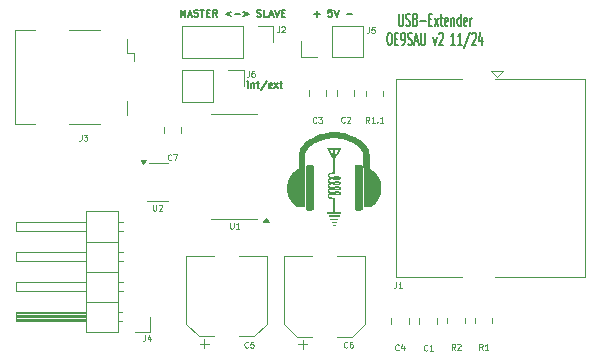
<source format=gbr>
%TF.GenerationSoftware,KiCad,Pcbnew,8.0.5*%
%TF.CreationDate,2025-02-12T12:09:28+01:00*%
%TF.ProjectId,USB-Extender_v2,5553422d-4578-4746-956e-6465725f7632,rev?*%
%TF.SameCoordinates,Original*%
%TF.FileFunction,Legend,Top*%
%TF.FilePolarity,Positive*%
%FSLAX46Y46*%
G04 Gerber Fmt 4.6, Leading zero omitted, Abs format (unit mm)*
G04 Created by KiCad (PCBNEW 8.0.5) date 2025-02-12 12:09:28*
%MOMM*%
%LPD*%
G01*
G04 APERTURE LIST*
%ADD10C,0.150000*%
%ADD11C,0.125000*%
%ADD12C,0.120000*%
%ADD13C,0.000000*%
G04 APERTURE END LIST*
D10*
X114287541Y-59964371D02*
X114287541Y-59364371D01*
X114287541Y-59364371D02*
X114487541Y-59792942D01*
X114487541Y-59792942D02*
X114687541Y-59364371D01*
X114687541Y-59364371D02*
X114687541Y-59964371D01*
X114944683Y-59792942D02*
X115230398Y-59792942D01*
X114887540Y-59964371D02*
X115087540Y-59364371D01*
X115087540Y-59364371D02*
X115287540Y-59964371D01*
X115458969Y-59935800D02*
X115544684Y-59964371D01*
X115544684Y-59964371D02*
X115687541Y-59964371D01*
X115687541Y-59964371D02*
X115744684Y-59935800D01*
X115744684Y-59935800D02*
X115773255Y-59907228D01*
X115773255Y-59907228D02*
X115801826Y-59850085D01*
X115801826Y-59850085D02*
X115801826Y-59792942D01*
X115801826Y-59792942D02*
X115773255Y-59735800D01*
X115773255Y-59735800D02*
X115744684Y-59707228D01*
X115744684Y-59707228D02*
X115687541Y-59678657D01*
X115687541Y-59678657D02*
X115573255Y-59650085D01*
X115573255Y-59650085D02*
X115516112Y-59621514D01*
X115516112Y-59621514D02*
X115487541Y-59592942D01*
X115487541Y-59592942D02*
X115458969Y-59535800D01*
X115458969Y-59535800D02*
X115458969Y-59478657D01*
X115458969Y-59478657D02*
X115487541Y-59421514D01*
X115487541Y-59421514D02*
X115516112Y-59392942D01*
X115516112Y-59392942D02*
X115573255Y-59364371D01*
X115573255Y-59364371D02*
X115716112Y-59364371D01*
X115716112Y-59364371D02*
X115801826Y-59392942D01*
X115973255Y-59364371D02*
X116316113Y-59364371D01*
X116144684Y-59964371D02*
X116144684Y-59364371D01*
X116516113Y-59650085D02*
X116716113Y-59650085D01*
X116801827Y-59964371D02*
X116516113Y-59964371D01*
X116516113Y-59964371D02*
X116516113Y-59364371D01*
X116516113Y-59364371D02*
X116801827Y-59364371D01*
X117401827Y-59964371D02*
X117201827Y-59678657D01*
X117058970Y-59964371D02*
X117058970Y-59364371D01*
X117058970Y-59364371D02*
X117287541Y-59364371D01*
X117287541Y-59364371D02*
X117344684Y-59392942D01*
X117344684Y-59392942D02*
X117373255Y-59421514D01*
X117373255Y-59421514D02*
X117401827Y-59478657D01*
X117401827Y-59478657D02*
X117401827Y-59564371D01*
X117401827Y-59564371D02*
X117373255Y-59621514D01*
X117373255Y-59621514D02*
X117344684Y-59650085D01*
X117344684Y-59650085D02*
X117287541Y-59678657D01*
X117287541Y-59678657D02*
X117058970Y-59678657D01*
X118573256Y-59564371D02*
X118116113Y-59735800D01*
X118116113Y-59735800D02*
X118573256Y-59907228D01*
X118858970Y-59735800D02*
X119316113Y-59735800D01*
X119601827Y-59564371D02*
X120058970Y-59735800D01*
X120058970Y-59735800D02*
X119601827Y-59907228D01*
X120773255Y-59935800D02*
X120858970Y-59964371D01*
X120858970Y-59964371D02*
X121001827Y-59964371D01*
X121001827Y-59964371D02*
X121058970Y-59935800D01*
X121058970Y-59935800D02*
X121087541Y-59907228D01*
X121087541Y-59907228D02*
X121116112Y-59850085D01*
X121116112Y-59850085D02*
X121116112Y-59792942D01*
X121116112Y-59792942D02*
X121087541Y-59735800D01*
X121087541Y-59735800D02*
X121058970Y-59707228D01*
X121058970Y-59707228D02*
X121001827Y-59678657D01*
X121001827Y-59678657D02*
X120887541Y-59650085D01*
X120887541Y-59650085D02*
X120830398Y-59621514D01*
X120830398Y-59621514D02*
X120801827Y-59592942D01*
X120801827Y-59592942D02*
X120773255Y-59535800D01*
X120773255Y-59535800D02*
X120773255Y-59478657D01*
X120773255Y-59478657D02*
X120801827Y-59421514D01*
X120801827Y-59421514D02*
X120830398Y-59392942D01*
X120830398Y-59392942D02*
X120887541Y-59364371D01*
X120887541Y-59364371D02*
X121030398Y-59364371D01*
X121030398Y-59364371D02*
X121116112Y-59392942D01*
X121658970Y-59964371D02*
X121373256Y-59964371D01*
X121373256Y-59964371D02*
X121373256Y-59364371D01*
X121830398Y-59792942D02*
X122116113Y-59792942D01*
X121773255Y-59964371D02*
X121973255Y-59364371D01*
X121973255Y-59364371D02*
X122173255Y-59964371D01*
X122287541Y-59364371D02*
X122487541Y-59964371D01*
X122487541Y-59964371D02*
X122687541Y-59364371D01*
X122887542Y-59650085D02*
X123087542Y-59650085D01*
X123173256Y-59964371D02*
X122887542Y-59964371D01*
X122887542Y-59964371D02*
X122887542Y-59364371D01*
X122887542Y-59364371D02*
X123173256Y-59364371D01*
X125615941Y-59735800D02*
X126073084Y-59735800D01*
X125844512Y-59964371D02*
X125844512Y-59507228D01*
X127101655Y-59364371D02*
X126815941Y-59364371D01*
X126815941Y-59364371D02*
X126787369Y-59650085D01*
X126787369Y-59650085D02*
X126815941Y-59621514D01*
X126815941Y-59621514D02*
X126873084Y-59592942D01*
X126873084Y-59592942D02*
X127015941Y-59592942D01*
X127015941Y-59592942D02*
X127073084Y-59621514D01*
X127073084Y-59621514D02*
X127101655Y-59650085D01*
X127101655Y-59650085D02*
X127130226Y-59707228D01*
X127130226Y-59707228D02*
X127130226Y-59850085D01*
X127130226Y-59850085D02*
X127101655Y-59907228D01*
X127101655Y-59907228D02*
X127073084Y-59935800D01*
X127073084Y-59935800D02*
X127015941Y-59964371D01*
X127015941Y-59964371D02*
X126873084Y-59964371D01*
X126873084Y-59964371D02*
X126815941Y-59935800D01*
X126815941Y-59935800D02*
X126787369Y-59907228D01*
X127301655Y-59364371D02*
X127501655Y-59964371D01*
X127501655Y-59964371D02*
X127701655Y-59364371D01*
X128358799Y-59735800D02*
X128815942Y-59735800D01*
X119977141Y-66009571D02*
X119977141Y-65609571D01*
X119977141Y-65409571D02*
X119948569Y-65438142D01*
X119948569Y-65438142D02*
X119977141Y-65466714D01*
X119977141Y-65466714D02*
X120005712Y-65438142D01*
X120005712Y-65438142D02*
X119977141Y-65409571D01*
X119977141Y-65409571D02*
X119977141Y-65466714D01*
X120262855Y-65609571D02*
X120262855Y-66009571D01*
X120262855Y-65666714D02*
X120291426Y-65638142D01*
X120291426Y-65638142D02*
X120348569Y-65609571D01*
X120348569Y-65609571D02*
X120434283Y-65609571D01*
X120434283Y-65609571D02*
X120491426Y-65638142D01*
X120491426Y-65638142D02*
X120519998Y-65695285D01*
X120519998Y-65695285D02*
X120519998Y-66009571D01*
X120719997Y-65609571D02*
X120948569Y-65609571D01*
X120805712Y-65409571D02*
X120805712Y-65923857D01*
X120805712Y-65923857D02*
X120834283Y-65981000D01*
X120834283Y-65981000D02*
X120891426Y-66009571D01*
X120891426Y-66009571D02*
X120948569Y-66009571D01*
X121577140Y-65381000D02*
X121062854Y-66152428D01*
X122005711Y-65981000D02*
X121948568Y-66009571D01*
X121948568Y-66009571D02*
X121834283Y-66009571D01*
X121834283Y-66009571D02*
X121777140Y-65981000D01*
X121777140Y-65981000D02*
X121748568Y-65923857D01*
X121748568Y-65923857D02*
X121748568Y-65695285D01*
X121748568Y-65695285D02*
X121777140Y-65638142D01*
X121777140Y-65638142D02*
X121834283Y-65609571D01*
X121834283Y-65609571D02*
X121948568Y-65609571D01*
X121948568Y-65609571D02*
X122005711Y-65638142D01*
X122005711Y-65638142D02*
X122034283Y-65695285D01*
X122034283Y-65695285D02*
X122034283Y-65752428D01*
X122034283Y-65752428D02*
X121748568Y-65809571D01*
X122234283Y-66009571D02*
X122548569Y-65609571D01*
X122234283Y-65609571D02*
X122548569Y-66009571D01*
X122691425Y-65609571D02*
X122919997Y-65609571D01*
X122777140Y-65409571D02*
X122777140Y-65923857D01*
X122777140Y-65923857D02*
X122805711Y-65981000D01*
X122805711Y-65981000D02*
X122862854Y-66009571D01*
X122862854Y-66009571D02*
X122919997Y-66009571D01*
X132782057Y-59717819D02*
X132782057Y-60527342D01*
X132782057Y-60527342D02*
X132810628Y-60622580D01*
X132810628Y-60622580D02*
X132839200Y-60670200D01*
X132839200Y-60670200D02*
X132896342Y-60717819D01*
X132896342Y-60717819D02*
X133010628Y-60717819D01*
X133010628Y-60717819D02*
X133067771Y-60670200D01*
X133067771Y-60670200D02*
X133096342Y-60622580D01*
X133096342Y-60622580D02*
X133124914Y-60527342D01*
X133124914Y-60527342D02*
X133124914Y-59717819D01*
X133382056Y-60670200D02*
X133467771Y-60717819D01*
X133467771Y-60717819D02*
X133610628Y-60717819D01*
X133610628Y-60717819D02*
X133667771Y-60670200D01*
X133667771Y-60670200D02*
X133696342Y-60622580D01*
X133696342Y-60622580D02*
X133724913Y-60527342D01*
X133724913Y-60527342D02*
X133724913Y-60432104D01*
X133724913Y-60432104D02*
X133696342Y-60336866D01*
X133696342Y-60336866D02*
X133667771Y-60289247D01*
X133667771Y-60289247D02*
X133610628Y-60241628D01*
X133610628Y-60241628D02*
X133496342Y-60194009D01*
X133496342Y-60194009D02*
X133439199Y-60146390D01*
X133439199Y-60146390D02*
X133410628Y-60098771D01*
X133410628Y-60098771D02*
X133382056Y-60003533D01*
X133382056Y-60003533D02*
X133382056Y-59908295D01*
X133382056Y-59908295D02*
X133410628Y-59813057D01*
X133410628Y-59813057D02*
X133439199Y-59765438D01*
X133439199Y-59765438D02*
X133496342Y-59717819D01*
X133496342Y-59717819D02*
X133639199Y-59717819D01*
X133639199Y-59717819D02*
X133724913Y-59765438D01*
X134182057Y-60194009D02*
X134267771Y-60241628D01*
X134267771Y-60241628D02*
X134296342Y-60289247D01*
X134296342Y-60289247D02*
X134324914Y-60384485D01*
X134324914Y-60384485D02*
X134324914Y-60527342D01*
X134324914Y-60527342D02*
X134296342Y-60622580D01*
X134296342Y-60622580D02*
X134267771Y-60670200D01*
X134267771Y-60670200D02*
X134210628Y-60717819D01*
X134210628Y-60717819D02*
X133982057Y-60717819D01*
X133982057Y-60717819D02*
X133982057Y-59717819D01*
X133982057Y-59717819D02*
X134182057Y-59717819D01*
X134182057Y-59717819D02*
X134239200Y-59765438D01*
X134239200Y-59765438D02*
X134267771Y-59813057D01*
X134267771Y-59813057D02*
X134296342Y-59908295D01*
X134296342Y-59908295D02*
X134296342Y-60003533D01*
X134296342Y-60003533D02*
X134267771Y-60098771D01*
X134267771Y-60098771D02*
X134239200Y-60146390D01*
X134239200Y-60146390D02*
X134182057Y-60194009D01*
X134182057Y-60194009D02*
X133982057Y-60194009D01*
X134582057Y-60336866D02*
X135039200Y-60336866D01*
X135324914Y-60194009D02*
X135524914Y-60194009D01*
X135610628Y-60717819D02*
X135324914Y-60717819D01*
X135324914Y-60717819D02*
X135324914Y-59717819D01*
X135324914Y-59717819D02*
X135610628Y-59717819D01*
X135810628Y-60717819D02*
X136124914Y-60051152D01*
X135810628Y-60051152D02*
X136124914Y-60717819D01*
X136267770Y-60051152D02*
X136496342Y-60051152D01*
X136353485Y-59717819D02*
X136353485Y-60574961D01*
X136353485Y-60574961D02*
X136382056Y-60670200D01*
X136382056Y-60670200D02*
X136439199Y-60717819D01*
X136439199Y-60717819D02*
X136496342Y-60717819D01*
X136924913Y-60670200D02*
X136867770Y-60717819D01*
X136867770Y-60717819D02*
X136753485Y-60717819D01*
X136753485Y-60717819D02*
X136696342Y-60670200D01*
X136696342Y-60670200D02*
X136667770Y-60574961D01*
X136667770Y-60574961D02*
X136667770Y-60194009D01*
X136667770Y-60194009D02*
X136696342Y-60098771D01*
X136696342Y-60098771D02*
X136753485Y-60051152D01*
X136753485Y-60051152D02*
X136867770Y-60051152D01*
X136867770Y-60051152D02*
X136924913Y-60098771D01*
X136924913Y-60098771D02*
X136953485Y-60194009D01*
X136953485Y-60194009D02*
X136953485Y-60289247D01*
X136953485Y-60289247D02*
X136667770Y-60384485D01*
X137210628Y-60051152D02*
X137210628Y-60717819D01*
X137210628Y-60146390D02*
X137239199Y-60098771D01*
X137239199Y-60098771D02*
X137296342Y-60051152D01*
X137296342Y-60051152D02*
X137382056Y-60051152D01*
X137382056Y-60051152D02*
X137439199Y-60098771D01*
X137439199Y-60098771D02*
X137467771Y-60194009D01*
X137467771Y-60194009D02*
X137467771Y-60717819D01*
X138010628Y-60717819D02*
X138010628Y-59717819D01*
X138010628Y-60670200D02*
X137953485Y-60717819D01*
X137953485Y-60717819D02*
X137839199Y-60717819D01*
X137839199Y-60717819D02*
X137782056Y-60670200D01*
X137782056Y-60670200D02*
X137753485Y-60622580D01*
X137753485Y-60622580D02*
X137724913Y-60527342D01*
X137724913Y-60527342D02*
X137724913Y-60241628D01*
X137724913Y-60241628D02*
X137753485Y-60146390D01*
X137753485Y-60146390D02*
X137782056Y-60098771D01*
X137782056Y-60098771D02*
X137839199Y-60051152D01*
X137839199Y-60051152D02*
X137953485Y-60051152D01*
X137953485Y-60051152D02*
X138010628Y-60098771D01*
X138524913Y-60670200D02*
X138467770Y-60717819D01*
X138467770Y-60717819D02*
X138353485Y-60717819D01*
X138353485Y-60717819D02*
X138296342Y-60670200D01*
X138296342Y-60670200D02*
X138267770Y-60574961D01*
X138267770Y-60574961D02*
X138267770Y-60194009D01*
X138267770Y-60194009D02*
X138296342Y-60098771D01*
X138296342Y-60098771D02*
X138353485Y-60051152D01*
X138353485Y-60051152D02*
X138467770Y-60051152D01*
X138467770Y-60051152D02*
X138524913Y-60098771D01*
X138524913Y-60098771D02*
X138553485Y-60194009D01*
X138553485Y-60194009D02*
X138553485Y-60289247D01*
X138553485Y-60289247D02*
X138267770Y-60384485D01*
X138810628Y-60717819D02*
X138810628Y-60051152D01*
X138810628Y-60241628D02*
X138839199Y-60146390D01*
X138839199Y-60146390D02*
X138867771Y-60098771D01*
X138867771Y-60098771D02*
X138924913Y-60051152D01*
X138924913Y-60051152D02*
X138982056Y-60051152D01*
X131939198Y-61327763D02*
X132053484Y-61327763D01*
X132053484Y-61327763D02*
X132110627Y-61375382D01*
X132110627Y-61375382D02*
X132167770Y-61470620D01*
X132167770Y-61470620D02*
X132196341Y-61661096D01*
X132196341Y-61661096D02*
X132196341Y-61994429D01*
X132196341Y-61994429D02*
X132167770Y-62184905D01*
X132167770Y-62184905D02*
X132110627Y-62280144D01*
X132110627Y-62280144D02*
X132053484Y-62327763D01*
X132053484Y-62327763D02*
X131939198Y-62327763D01*
X131939198Y-62327763D02*
X131882056Y-62280144D01*
X131882056Y-62280144D02*
X131824913Y-62184905D01*
X131824913Y-62184905D02*
X131796341Y-61994429D01*
X131796341Y-61994429D02*
X131796341Y-61661096D01*
X131796341Y-61661096D02*
X131824913Y-61470620D01*
X131824913Y-61470620D02*
X131882056Y-61375382D01*
X131882056Y-61375382D02*
X131939198Y-61327763D01*
X132453484Y-61803953D02*
X132653484Y-61803953D01*
X132739198Y-62327763D02*
X132453484Y-62327763D01*
X132453484Y-62327763D02*
X132453484Y-61327763D01*
X132453484Y-61327763D02*
X132739198Y-61327763D01*
X133024912Y-62327763D02*
X133139198Y-62327763D01*
X133139198Y-62327763D02*
X133196341Y-62280144D01*
X133196341Y-62280144D02*
X133224912Y-62232524D01*
X133224912Y-62232524D02*
X133282055Y-62089667D01*
X133282055Y-62089667D02*
X133310626Y-61899191D01*
X133310626Y-61899191D02*
X133310626Y-61518239D01*
X133310626Y-61518239D02*
X133282055Y-61423001D01*
X133282055Y-61423001D02*
X133253484Y-61375382D01*
X133253484Y-61375382D02*
X133196341Y-61327763D01*
X133196341Y-61327763D02*
X133082055Y-61327763D01*
X133082055Y-61327763D02*
X133024912Y-61375382D01*
X133024912Y-61375382D02*
X132996341Y-61423001D01*
X132996341Y-61423001D02*
X132967769Y-61518239D01*
X132967769Y-61518239D02*
X132967769Y-61756334D01*
X132967769Y-61756334D02*
X132996341Y-61851572D01*
X132996341Y-61851572D02*
X133024912Y-61899191D01*
X133024912Y-61899191D02*
X133082055Y-61946810D01*
X133082055Y-61946810D02*
X133196341Y-61946810D01*
X133196341Y-61946810D02*
X133253484Y-61899191D01*
X133253484Y-61899191D02*
X133282055Y-61851572D01*
X133282055Y-61851572D02*
X133310626Y-61756334D01*
X133539198Y-62280144D02*
X133624913Y-62327763D01*
X133624913Y-62327763D02*
X133767770Y-62327763D01*
X133767770Y-62327763D02*
X133824913Y-62280144D01*
X133824913Y-62280144D02*
X133853484Y-62232524D01*
X133853484Y-62232524D02*
X133882055Y-62137286D01*
X133882055Y-62137286D02*
X133882055Y-62042048D01*
X133882055Y-62042048D02*
X133853484Y-61946810D01*
X133853484Y-61946810D02*
X133824913Y-61899191D01*
X133824913Y-61899191D02*
X133767770Y-61851572D01*
X133767770Y-61851572D02*
X133653484Y-61803953D01*
X133653484Y-61803953D02*
X133596341Y-61756334D01*
X133596341Y-61756334D02*
X133567770Y-61708715D01*
X133567770Y-61708715D02*
X133539198Y-61613477D01*
X133539198Y-61613477D02*
X133539198Y-61518239D01*
X133539198Y-61518239D02*
X133567770Y-61423001D01*
X133567770Y-61423001D02*
X133596341Y-61375382D01*
X133596341Y-61375382D02*
X133653484Y-61327763D01*
X133653484Y-61327763D02*
X133796341Y-61327763D01*
X133796341Y-61327763D02*
X133882055Y-61375382D01*
X134110627Y-62042048D02*
X134396342Y-62042048D01*
X134053484Y-62327763D02*
X134253484Y-61327763D01*
X134253484Y-61327763D02*
X134453484Y-62327763D01*
X134653485Y-61327763D02*
X134653485Y-62137286D01*
X134653485Y-62137286D02*
X134682056Y-62232524D01*
X134682056Y-62232524D02*
X134710628Y-62280144D01*
X134710628Y-62280144D02*
X134767770Y-62327763D01*
X134767770Y-62327763D02*
X134882056Y-62327763D01*
X134882056Y-62327763D02*
X134939199Y-62280144D01*
X134939199Y-62280144D02*
X134967770Y-62232524D01*
X134967770Y-62232524D02*
X134996342Y-62137286D01*
X134996342Y-62137286D02*
X134996342Y-61327763D01*
X135682056Y-61661096D02*
X135824913Y-62327763D01*
X135824913Y-62327763D02*
X135967770Y-61661096D01*
X136167770Y-61423001D02*
X136196342Y-61375382D01*
X136196342Y-61375382D02*
X136253485Y-61327763D01*
X136253485Y-61327763D02*
X136396342Y-61327763D01*
X136396342Y-61327763D02*
X136453485Y-61375382D01*
X136453485Y-61375382D02*
X136482056Y-61423001D01*
X136482056Y-61423001D02*
X136510627Y-61518239D01*
X136510627Y-61518239D02*
X136510627Y-61613477D01*
X136510627Y-61613477D02*
X136482056Y-61756334D01*
X136482056Y-61756334D02*
X136139199Y-62327763D01*
X136139199Y-62327763D02*
X136510627Y-62327763D01*
X137539199Y-62327763D02*
X137196342Y-62327763D01*
X137367771Y-62327763D02*
X137367771Y-61327763D01*
X137367771Y-61327763D02*
X137310628Y-61470620D01*
X137310628Y-61470620D02*
X137253485Y-61565858D01*
X137253485Y-61565858D02*
X137196342Y-61613477D01*
X138110628Y-62327763D02*
X137767771Y-62327763D01*
X137939200Y-62327763D02*
X137939200Y-61327763D01*
X137939200Y-61327763D02*
X137882057Y-61470620D01*
X137882057Y-61470620D02*
X137824914Y-61565858D01*
X137824914Y-61565858D02*
X137767771Y-61613477D01*
X138796343Y-61280144D02*
X138282057Y-62565858D01*
X138967771Y-61423001D02*
X138996343Y-61375382D01*
X138996343Y-61375382D02*
X139053486Y-61327763D01*
X139053486Y-61327763D02*
X139196343Y-61327763D01*
X139196343Y-61327763D02*
X139253486Y-61375382D01*
X139253486Y-61375382D02*
X139282057Y-61423001D01*
X139282057Y-61423001D02*
X139310628Y-61518239D01*
X139310628Y-61518239D02*
X139310628Y-61613477D01*
X139310628Y-61613477D02*
X139282057Y-61756334D01*
X139282057Y-61756334D02*
X138939200Y-62327763D01*
X138939200Y-62327763D02*
X139310628Y-62327763D01*
X139824915Y-61661096D02*
X139824915Y-62327763D01*
X139682057Y-61280144D02*
X139539200Y-61994429D01*
X139539200Y-61994429D02*
X139910629Y-61994429D01*
D11*
X128186666Y-68884190D02*
X128162857Y-68908000D01*
X128162857Y-68908000D02*
X128091428Y-68931809D01*
X128091428Y-68931809D02*
X128043809Y-68931809D01*
X128043809Y-68931809D02*
X127972381Y-68908000D01*
X127972381Y-68908000D02*
X127924762Y-68860380D01*
X127924762Y-68860380D02*
X127900952Y-68812761D01*
X127900952Y-68812761D02*
X127877143Y-68717523D01*
X127877143Y-68717523D02*
X127877143Y-68646095D01*
X127877143Y-68646095D02*
X127900952Y-68550857D01*
X127900952Y-68550857D02*
X127924762Y-68503238D01*
X127924762Y-68503238D02*
X127972381Y-68455619D01*
X127972381Y-68455619D02*
X128043809Y-68431809D01*
X128043809Y-68431809D02*
X128091428Y-68431809D01*
X128091428Y-68431809D02*
X128162857Y-68455619D01*
X128162857Y-68455619D02*
X128186666Y-68479428D01*
X128377143Y-68479428D02*
X128400952Y-68455619D01*
X128400952Y-68455619D02*
X128448571Y-68431809D01*
X128448571Y-68431809D02*
X128567619Y-68431809D01*
X128567619Y-68431809D02*
X128615238Y-68455619D01*
X128615238Y-68455619D02*
X128639047Y-68479428D01*
X128639047Y-68479428D02*
X128662857Y-68527047D01*
X128662857Y-68527047D02*
X128662857Y-68574666D01*
X128662857Y-68574666D02*
X128639047Y-68646095D01*
X128639047Y-68646095D02*
X128353333Y-68931809D01*
X128353333Y-68931809D02*
X128662857Y-68931809D01*
X130236933Y-60837209D02*
X130236933Y-61194352D01*
X130236933Y-61194352D02*
X130213124Y-61265780D01*
X130213124Y-61265780D02*
X130165505Y-61313400D01*
X130165505Y-61313400D02*
X130094076Y-61337209D01*
X130094076Y-61337209D02*
X130046457Y-61337209D01*
X130713123Y-60837209D02*
X130475028Y-60837209D01*
X130475028Y-60837209D02*
X130451219Y-61075304D01*
X130451219Y-61075304D02*
X130475028Y-61051495D01*
X130475028Y-61051495D02*
X130522647Y-61027685D01*
X130522647Y-61027685D02*
X130641695Y-61027685D01*
X130641695Y-61027685D02*
X130689314Y-61051495D01*
X130689314Y-61051495D02*
X130713123Y-61075304D01*
X130713123Y-61075304D02*
X130736933Y-61122923D01*
X130736933Y-61122923D02*
X130736933Y-61241971D01*
X130736933Y-61241971D02*
X130713123Y-61289590D01*
X130713123Y-61289590D02*
X130689314Y-61313400D01*
X130689314Y-61313400D02*
X130641695Y-61337209D01*
X130641695Y-61337209D02*
X130522647Y-61337209D01*
X130522647Y-61337209D02*
X130475028Y-61313400D01*
X130475028Y-61313400D02*
X130451219Y-61289590D01*
X120076933Y-64545609D02*
X120076933Y-64902752D01*
X120076933Y-64902752D02*
X120053124Y-64974180D01*
X120053124Y-64974180D02*
X120005505Y-65021800D01*
X120005505Y-65021800D02*
X119934076Y-65045609D01*
X119934076Y-65045609D02*
X119886457Y-65045609D01*
X120529314Y-64545609D02*
X120434076Y-64545609D01*
X120434076Y-64545609D02*
X120386457Y-64569419D01*
X120386457Y-64569419D02*
X120362647Y-64593228D01*
X120362647Y-64593228D02*
X120315028Y-64664657D01*
X120315028Y-64664657D02*
X120291219Y-64759895D01*
X120291219Y-64759895D02*
X120291219Y-64950371D01*
X120291219Y-64950371D02*
X120315028Y-64997990D01*
X120315028Y-64997990D02*
X120338838Y-65021800D01*
X120338838Y-65021800D02*
X120386457Y-65045609D01*
X120386457Y-65045609D02*
X120481695Y-65045609D01*
X120481695Y-65045609D02*
X120529314Y-65021800D01*
X120529314Y-65021800D02*
X120553123Y-64997990D01*
X120553123Y-64997990D02*
X120576933Y-64950371D01*
X120576933Y-64950371D02*
X120576933Y-64831323D01*
X120576933Y-64831323D02*
X120553123Y-64783704D01*
X120553123Y-64783704D02*
X120529314Y-64759895D01*
X120529314Y-64759895D02*
X120481695Y-64736085D01*
X120481695Y-64736085D02*
X120386457Y-64736085D01*
X120386457Y-64736085D02*
X120338838Y-64759895D01*
X120338838Y-64759895D02*
X120315028Y-64783704D01*
X120315028Y-64783704D02*
X120291219Y-64831323D01*
X111288533Y-86897609D02*
X111288533Y-87254752D01*
X111288533Y-87254752D02*
X111264724Y-87326180D01*
X111264724Y-87326180D02*
X111217105Y-87373800D01*
X111217105Y-87373800D02*
X111145676Y-87397609D01*
X111145676Y-87397609D02*
X111098057Y-87397609D01*
X111740914Y-87064276D02*
X111740914Y-87397609D01*
X111621866Y-86873800D02*
X111502819Y-87230942D01*
X111502819Y-87230942D02*
X111812342Y-87230942D01*
X135197066Y-88188190D02*
X135173257Y-88212000D01*
X135173257Y-88212000D02*
X135101828Y-88235809D01*
X135101828Y-88235809D02*
X135054209Y-88235809D01*
X135054209Y-88235809D02*
X134982781Y-88212000D01*
X134982781Y-88212000D02*
X134935162Y-88164380D01*
X134935162Y-88164380D02*
X134911352Y-88116761D01*
X134911352Y-88116761D02*
X134887543Y-88021523D01*
X134887543Y-88021523D02*
X134887543Y-87950095D01*
X134887543Y-87950095D02*
X134911352Y-87854857D01*
X134911352Y-87854857D02*
X134935162Y-87807238D01*
X134935162Y-87807238D02*
X134982781Y-87759619D01*
X134982781Y-87759619D02*
X135054209Y-87735809D01*
X135054209Y-87735809D02*
X135101828Y-87735809D01*
X135101828Y-87735809D02*
X135173257Y-87759619D01*
X135173257Y-87759619D02*
X135197066Y-87783428D01*
X135673257Y-88235809D02*
X135387543Y-88235809D01*
X135530400Y-88235809D02*
X135530400Y-87735809D01*
X135530400Y-87735809D02*
X135482781Y-87807238D01*
X135482781Y-87807238D02*
X135435162Y-87854857D01*
X135435162Y-87854857D02*
X135387543Y-87878666D01*
X128415266Y-87926590D02*
X128391457Y-87950400D01*
X128391457Y-87950400D02*
X128320028Y-87974209D01*
X128320028Y-87974209D02*
X128272409Y-87974209D01*
X128272409Y-87974209D02*
X128200981Y-87950400D01*
X128200981Y-87950400D02*
X128153362Y-87902780D01*
X128153362Y-87902780D02*
X128129552Y-87855161D01*
X128129552Y-87855161D02*
X128105743Y-87759923D01*
X128105743Y-87759923D02*
X128105743Y-87688495D01*
X128105743Y-87688495D02*
X128129552Y-87593257D01*
X128129552Y-87593257D02*
X128153362Y-87545638D01*
X128153362Y-87545638D02*
X128200981Y-87498019D01*
X128200981Y-87498019D02*
X128272409Y-87474209D01*
X128272409Y-87474209D02*
X128320028Y-87474209D01*
X128320028Y-87474209D02*
X128391457Y-87498019D01*
X128391457Y-87498019D02*
X128415266Y-87521828D01*
X128843838Y-87474209D02*
X128748600Y-87474209D01*
X128748600Y-87474209D02*
X128700981Y-87498019D01*
X128700981Y-87498019D02*
X128677171Y-87521828D01*
X128677171Y-87521828D02*
X128629552Y-87593257D01*
X128629552Y-87593257D02*
X128605743Y-87688495D01*
X128605743Y-87688495D02*
X128605743Y-87878971D01*
X128605743Y-87878971D02*
X128629552Y-87926590D01*
X128629552Y-87926590D02*
X128653362Y-87950400D01*
X128653362Y-87950400D02*
X128700981Y-87974209D01*
X128700981Y-87974209D02*
X128796219Y-87974209D01*
X128796219Y-87974209D02*
X128843838Y-87950400D01*
X128843838Y-87950400D02*
X128867647Y-87926590D01*
X128867647Y-87926590D02*
X128891457Y-87878971D01*
X128891457Y-87878971D02*
X128891457Y-87759923D01*
X128891457Y-87759923D02*
X128867647Y-87712304D01*
X128867647Y-87712304D02*
X128843838Y-87688495D01*
X128843838Y-87688495D02*
X128796219Y-87664685D01*
X128796219Y-87664685D02*
X128700981Y-87664685D01*
X128700981Y-87664685D02*
X128653362Y-87688495D01*
X128653362Y-87688495D02*
X128629552Y-87712304D01*
X128629552Y-87712304D02*
X128605743Y-87759923D01*
X132758666Y-88161590D02*
X132734857Y-88185400D01*
X132734857Y-88185400D02*
X132663428Y-88209209D01*
X132663428Y-88209209D02*
X132615809Y-88209209D01*
X132615809Y-88209209D02*
X132544381Y-88185400D01*
X132544381Y-88185400D02*
X132496762Y-88137780D01*
X132496762Y-88137780D02*
X132472952Y-88090161D01*
X132472952Y-88090161D02*
X132449143Y-87994923D01*
X132449143Y-87994923D02*
X132449143Y-87923495D01*
X132449143Y-87923495D02*
X132472952Y-87828257D01*
X132472952Y-87828257D02*
X132496762Y-87780638D01*
X132496762Y-87780638D02*
X132544381Y-87733019D01*
X132544381Y-87733019D02*
X132615809Y-87709209D01*
X132615809Y-87709209D02*
X132663428Y-87709209D01*
X132663428Y-87709209D02*
X132734857Y-87733019D01*
X132734857Y-87733019D02*
X132758666Y-87756828D01*
X133187238Y-87875876D02*
X133187238Y-88209209D01*
X133068190Y-87685400D02*
X132949143Y-88042542D01*
X132949143Y-88042542D02*
X133258666Y-88042542D01*
X125799066Y-68909590D02*
X125775257Y-68933400D01*
X125775257Y-68933400D02*
X125703828Y-68957209D01*
X125703828Y-68957209D02*
X125656209Y-68957209D01*
X125656209Y-68957209D02*
X125584781Y-68933400D01*
X125584781Y-68933400D02*
X125537162Y-68885780D01*
X125537162Y-68885780D02*
X125513352Y-68838161D01*
X125513352Y-68838161D02*
X125489543Y-68742923D01*
X125489543Y-68742923D02*
X125489543Y-68671495D01*
X125489543Y-68671495D02*
X125513352Y-68576257D01*
X125513352Y-68576257D02*
X125537162Y-68528638D01*
X125537162Y-68528638D02*
X125584781Y-68481019D01*
X125584781Y-68481019D02*
X125656209Y-68457209D01*
X125656209Y-68457209D02*
X125703828Y-68457209D01*
X125703828Y-68457209D02*
X125775257Y-68481019D01*
X125775257Y-68481019D02*
X125799066Y-68504828D01*
X125965733Y-68457209D02*
X126275257Y-68457209D01*
X126275257Y-68457209D02*
X126108590Y-68647685D01*
X126108590Y-68647685D02*
X126180019Y-68647685D01*
X126180019Y-68647685D02*
X126227638Y-68671495D01*
X126227638Y-68671495D02*
X126251447Y-68695304D01*
X126251447Y-68695304D02*
X126275257Y-68742923D01*
X126275257Y-68742923D02*
X126275257Y-68861971D01*
X126275257Y-68861971D02*
X126251447Y-68909590D01*
X126251447Y-68909590D02*
X126227638Y-68933400D01*
X126227638Y-68933400D02*
X126180019Y-68957209D01*
X126180019Y-68957209D02*
X126037162Y-68957209D01*
X126037162Y-68957209D02*
X125989543Y-68933400D01*
X125989543Y-68933400D02*
X125965733Y-68909590D01*
X139870666Y-88159609D02*
X139704000Y-87921514D01*
X139584952Y-88159609D02*
X139584952Y-87659609D01*
X139584952Y-87659609D02*
X139775428Y-87659609D01*
X139775428Y-87659609D02*
X139823047Y-87683419D01*
X139823047Y-87683419D02*
X139846857Y-87707228D01*
X139846857Y-87707228D02*
X139870666Y-87754847D01*
X139870666Y-87754847D02*
X139870666Y-87826276D01*
X139870666Y-87826276D02*
X139846857Y-87873895D01*
X139846857Y-87873895D02*
X139823047Y-87897704D01*
X139823047Y-87897704D02*
X139775428Y-87921514D01*
X139775428Y-87921514D02*
X139584952Y-87921514D01*
X140346857Y-88159609D02*
X140061143Y-88159609D01*
X140204000Y-88159609D02*
X140204000Y-87659609D01*
X140204000Y-87659609D02*
X140156381Y-87731038D01*
X140156381Y-87731038D02*
X140108762Y-87778657D01*
X140108762Y-87778657D02*
X140061143Y-87802466D01*
X105903733Y-69955809D02*
X105903733Y-70312952D01*
X105903733Y-70312952D02*
X105879924Y-70384380D01*
X105879924Y-70384380D02*
X105832305Y-70432000D01*
X105832305Y-70432000D02*
X105760876Y-70455809D01*
X105760876Y-70455809D02*
X105713257Y-70455809D01*
X106094209Y-69955809D02*
X106403733Y-69955809D01*
X106403733Y-69955809D02*
X106237066Y-70146285D01*
X106237066Y-70146285D02*
X106308495Y-70146285D01*
X106308495Y-70146285D02*
X106356114Y-70170095D01*
X106356114Y-70170095D02*
X106379923Y-70193904D01*
X106379923Y-70193904D02*
X106403733Y-70241523D01*
X106403733Y-70241523D02*
X106403733Y-70360571D01*
X106403733Y-70360571D02*
X106379923Y-70408190D01*
X106379923Y-70408190D02*
X106356114Y-70432000D01*
X106356114Y-70432000D02*
X106308495Y-70455809D01*
X106308495Y-70455809D02*
X106165638Y-70455809D01*
X106165638Y-70455809D02*
X106118019Y-70432000D01*
X106118019Y-70432000D02*
X106094209Y-70408190D01*
X118491047Y-77398009D02*
X118491047Y-77802771D01*
X118491047Y-77802771D02*
X118514857Y-77850390D01*
X118514857Y-77850390D02*
X118538666Y-77874200D01*
X118538666Y-77874200D02*
X118586285Y-77898009D01*
X118586285Y-77898009D02*
X118681523Y-77898009D01*
X118681523Y-77898009D02*
X118729142Y-77874200D01*
X118729142Y-77874200D02*
X118752952Y-77850390D01*
X118752952Y-77850390D02*
X118776761Y-77802771D01*
X118776761Y-77802771D02*
X118776761Y-77398009D01*
X119276762Y-77898009D02*
X118991048Y-77898009D01*
X119133905Y-77898009D02*
X119133905Y-77398009D01*
X119133905Y-77398009D02*
X119086286Y-77469438D01*
X119086286Y-77469438D02*
X119038667Y-77517057D01*
X119038667Y-77517057D02*
X118991048Y-77540866D01*
X137533866Y-88159609D02*
X137367200Y-87921514D01*
X137248152Y-88159609D02*
X137248152Y-87659609D01*
X137248152Y-87659609D02*
X137438628Y-87659609D01*
X137438628Y-87659609D02*
X137486247Y-87683419D01*
X137486247Y-87683419D02*
X137510057Y-87707228D01*
X137510057Y-87707228D02*
X137533866Y-87754847D01*
X137533866Y-87754847D02*
X137533866Y-87826276D01*
X137533866Y-87826276D02*
X137510057Y-87873895D01*
X137510057Y-87873895D02*
X137486247Y-87897704D01*
X137486247Y-87897704D02*
X137438628Y-87921514D01*
X137438628Y-87921514D02*
X137248152Y-87921514D01*
X137724343Y-87707228D02*
X137748152Y-87683419D01*
X137748152Y-87683419D02*
X137795771Y-87659609D01*
X137795771Y-87659609D02*
X137914819Y-87659609D01*
X137914819Y-87659609D02*
X137962438Y-87683419D01*
X137962438Y-87683419D02*
X137986247Y-87707228D01*
X137986247Y-87707228D02*
X138010057Y-87754847D01*
X138010057Y-87754847D02*
X138010057Y-87802466D01*
X138010057Y-87802466D02*
X137986247Y-87873895D01*
X137986247Y-87873895D02*
X137700533Y-88159609D01*
X137700533Y-88159609D02*
X138010057Y-88159609D01*
X130267924Y-68931809D02*
X130101258Y-68693714D01*
X129982210Y-68931809D02*
X129982210Y-68431809D01*
X129982210Y-68431809D02*
X130172686Y-68431809D01*
X130172686Y-68431809D02*
X130220305Y-68455619D01*
X130220305Y-68455619D02*
X130244115Y-68479428D01*
X130244115Y-68479428D02*
X130267924Y-68527047D01*
X130267924Y-68527047D02*
X130267924Y-68598476D01*
X130267924Y-68598476D02*
X130244115Y-68646095D01*
X130244115Y-68646095D02*
X130220305Y-68669904D01*
X130220305Y-68669904D02*
X130172686Y-68693714D01*
X130172686Y-68693714D02*
X129982210Y-68693714D01*
X130744115Y-68931809D02*
X130458401Y-68931809D01*
X130601258Y-68931809D02*
X130601258Y-68431809D01*
X130601258Y-68431809D02*
X130553639Y-68503238D01*
X130553639Y-68503238D02*
X130506020Y-68550857D01*
X130506020Y-68550857D02*
X130458401Y-68574666D01*
X130958400Y-68884190D02*
X130982210Y-68908000D01*
X130982210Y-68908000D02*
X130958400Y-68931809D01*
X130958400Y-68931809D02*
X130934591Y-68908000D01*
X130934591Y-68908000D02*
X130958400Y-68884190D01*
X130958400Y-68884190D02*
X130958400Y-68931809D01*
X131458400Y-68931809D02*
X131172686Y-68931809D01*
X131315543Y-68931809D02*
X131315543Y-68431809D01*
X131315543Y-68431809D02*
X131267924Y-68503238D01*
X131267924Y-68503238D02*
X131220305Y-68550857D01*
X131220305Y-68550857D02*
X131172686Y-68574666D01*
X122616933Y-60786409D02*
X122616933Y-61143552D01*
X122616933Y-61143552D02*
X122593124Y-61214980D01*
X122593124Y-61214980D02*
X122545505Y-61262600D01*
X122545505Y-61262600D02*
X122474076Y-61286409D01*
X122474076Y-61286409D02*
X122426457Y-61286409D01*
X122831219Y-60834028D02*
X122855028Y-60810219D01*
X122855028Y-60810219D02*
X122902647Y-60786409D01*
X122902647Y-60786409D02*
X123021695Y-60786409D01*
X123021695Y-60786409D02*
X123069314Y-60810219D01*
X123069314Y-60810219D02*
X123093123Y-60834028D01*
X123093123Y-60834028D02*
X123116933Y-60881647D01*
X123116933Y-60881647D02*
X123116933Y-60929266D01*
X123116933Y-60929266D02*
X123093123Y-61000695D01*
X123093123Y-61000695D02*
X122807409Y-61286409D01*
X122807409Y-61286409D02*
X123116933Y-61286409D01*
X113505466Y-72066990D02*
X113481657Y-72090800D01*
X113481657Y-72090800D02*
X113410228Y-72114609D01*
X113410228Y-72114609D02*
X113362609Y-72114609D01*
X113362609Y-72114609D02*
X113291181Y-72090800D01*
X113291181Y-72090800D02*
X113243562Y-72043180D01*
X113243562Y-72043180D02*
X113219752Y-71995561D01*
X113219752Y-71995561D02*
X113195943Y-71900323D01*
X113195943Y-71900323D02*
X113195943Y-71828895D01*
X113195943Y-71828895D02*
X113219752Y-71733657D01*
X113219752Y-71733657D02*
X113243562Y-71686038D01*
X113243562Y-71686038D02*
X113291181Y-71638419D01*
X113291181Y-71638419D02*
X113362609Y-71614609D01*
X113362609Y-71614609D02*
X113410228Y-71614609D01*
X113410228Y-71614609D02*
X113481657Y-71638419D01*
X113481657Y-71638419D02*
X113505466Y-71662228D01*
X113672133Y-71614609D02*
X114005466Y-71614609D01*
X114005466Y-71614609D02*
X113791181Y-72114609D01*
X132548333Y-82452609D02*
X132548333Y-82809752D01*
X132548333Y-82809752D02*
X132524524Y-82881180D01*
X132524524Y-82881180D02*
X132476905Y-82928800D01*
X132476905Y-82928800D02*
X132405476Y-82952609D01*
X132405476Y-82952609D02*
X132357857Y-82952609D01*
X133048333Y-82952609D02*
X132762619Y-82952609D01*
X132905476Y-82952609D02*
X132905476Y-82452609D01*
X132905476Y-82452609D02*
X132857857Y-82524038D01*
X132857857Y-82524038D02*
X132810238Y-82571657D01*
X132810238Y-82571657D02*
X132762619Y-82595466D01*
X111967047Y-75874009D02*
X111967047Y-76278771D01*
X111967047Y-76278771D02*
X111990857Y-76326390D01*
X111990857Y-76326390D02*
X112014666Y-76350200D01*
X112014666Y-76350200D02*
X112062285Y-76374009D01*
X112062285Y-76374009D02*
X112157523Y-76374009D01*
X112157523Y-76374009D02*
X112205142Y-76350200D01*
X112205142Y-76350200D02*
X112228952Y-76326390D01*
X112228952Y-76326390D02*
X112252761Y-76278771D01*
X112252761Y-76278771D02*
X112252761Y-75874009D01*
X112467048Y-75921628D02*
X112490857Y-75897819D01*
X112490857Y-75897819D02*
X112538476Y-75874009D01*
X112538476Y-75874009D02*
X112657524Y-75874009D01*
X112657524Y-75874009D02*
X112705143Y-75897819D01*
X112705143Y-75897819D02*
X112728952Y-75921628D01*
X112728952Y-75921628D02*
X112752762Y-75969247D01*
X112752762Y-75969247D02*
X112752762Y-76016866D01*
X112752762Y-76016866D02*
X112728952Y-76088295D01*
X112728952Y-76088295D02*
X112443238Y-76374009D01*
X112443238Y-76374009D02*
X112752762Y-76374009D01*
X120007866Y-87926590D02*
X119984057Y-87950400D01*
X119984057Y-87950400D02*
X119912628Y-87974209D01*
X119912628Y-87974209D02*
X119865009Y-87974209D01*
X119865009Y-87974209D02*
X119793581Y-87950400D01*
X119793581Y-87950400D02*
X119745962Y-87902780D01*
X119745962Y-87902780D02*
X119722152Y-87855161D01*
X119722152Y-87855161D02*
X119698343Y-87759923D01*
X119698343Y-87759923D02*
X119698343Y-87688495D01*
X119698343Y-87688495D02*
X119722152Y-87593257D01*
X119722152Y-87593257D02*
X119745962Y-87545638D01*
X119745962Y-87545638D02*
X119793581Y-87498019D01*
X119793581Y-87498019D02*
X119865009Y-87474209D01*
X119865009Y-87474209D02*
X119912628Y-87474209D01*
X119912628Y-87474209D02*
X119984057Y-87498019D01*
X119984057Y-87498019D02*
X120007866Y-87521828D01*
X120460247Y-87474209D02*
X120222152Y-87474209D01*
X120222152Y-87474209D02*
X120198343Y-87712304D01*
X120198343Y-87712304D02*
X120222152Y-87688495D01*
X120222152Y-87688495D02*
X120269771Y-87664685D01*
X120269771Y-87664685D02*
X120388819Y-87664685D01*
X120388819Y-87664685D02*
X120436438Y-87688495D01*
X120436438Y-87688495D02*
X120460247Y-87712304D01*
X120460247Y-87712304D02*
X120484057Y-87759923D01*
X120484057Y-87759923D02*
X120484057Y-87878971D01*
X120484057Y-87878971D02*
X120460247Y-87926590D01*
X120460247Y-87926590D02*
X120436438Y-87950400D01*
X120436438Y-87950400D02*
X120388819Y-87974209D01*
X120388819Y-87974209D02*
X120269771Y-87974209D01*
X120269771Y-87974209D02*
X120222152Y-87950400D01*
X120222152Y-87950400D02*
X120198343Y-87926590D01*
D12*
%TO.C,C2*%
X127535000Y-66163648D02*
X127535000Y-66686152D01*
X129005000Y-66163648D02*
X129005000Y-66686152D01*
%TO.C,J5*%
X124527000Y-63382200D02*
X124527000Y-62052200D01*
X125857000Y-63382200D02*
X124527000Y-63382200D01*
X127127000Y-60722200D02*
X129727000Y-60722200D01*
X127127000Y-63382200D02*
X127127000Y-60722200D01*
X127127000Y-63382200D02*
X129727000Y-63382200D01*
X129727000Y-63382200D02*
X129727000Y-60722200D01*
%TO.C,J6*%
X114448200Y-64506800D02*
X114448200Y-67166800D01*
X117048200Y-64506800D02*
X114448200Y-64506800D01*
X117048200Y-64506800D02*
X117048200Y-67166800D01*
X117048200Y-67166800D02*
X114448200Y-67166800D01*
X118318200Y-64506800D02*
X119648200Y-64506800D01*
X119648200Y-64506800D02*
X119648200Y-65836800D01*
%TO.C,J4*%
X100320000Y-77344000D02*
X106320000Y-77344000D01*
X100320000Y-78104000D02*
X100320000Y-77344000D01*
X100320000Y-79884000D02*
X106320000Y-79884000D01*
X100320000Y-80644000D02*
X100320000Y-79884000D01*
X100320000Y-82424000D02*
X106320000Y-82424000D01*
X100320000Y-83184000D02*
X100320000Y-82424000D01*
X100320000Y-84964000D02*
X106320000Y-84964000D01*
X100320000Y-85724000D02*
X100320000Y-84964000D01*
X106320000Y-76394000D02*
X106320000Y-86674000D01*
X106320000Y-78104000D02*
X100320000Y-78104000D01*
X106320000Y-80644000D02*
X100320000Y-80644000D01*
X106320000Y-83184000D02*
X100320000Y-83184000D01*
X106320000Y-85064000D02*
X100320000Y-85064000D01*
X106320000Y-85184000D02*
X100320000Y-85184000D01*
X106320000Y-85304000D02*
X100320000Y-85304000D01*
X106320000Y-85424000D02*
X100320000Y-85424000D01*
X106320000Y-85544000D02*
X100320000Y-85544000D01*
X106320000Y-85664000D02*
X100320000Y-85664000D01*
X106320000Y-85724000D02*
X100320000Y-85724000D01*
X106320000Y-86674000D02*
X108980000Y-86674000D01*
X108980000Y-76394000D02*
X106320000Y-76394000D01*
X108980000Y-78994000D02*
X106320000Y-78994000D01*
X108980000Y-81534000D02*
X106320000Y-81534000D01*
X108980000Y-84074000D02*
X106320000Y-84074000D01*
X108980000Y-86674000D02*
X108980000Y-76394000D01*
X109310000Y-84964000D02*
X108980000Y-84964000D01*
X109310000Y-85724000D02*
X108980000Y-85724000D01*
X109377071Y-77344000D02*
X108980000Y-77344000D01*
X109377071Y-78104000D02*
X108980000Y-78104000D01*
X109377071Y-79884000D02*
X108980000Y-79884000D01*
X109377071Y-80644000D02*
X108980000Y-80644000D01*
X109377071Y-82424000D02*
X108980000Y-82424000D01*
X109377071Y-83184000D02*
X108980000Y-83184000D01*
X111690000Y-85344000D02*
X111690000Y-86614000D01*
X111690000Y-86614000D02*
X110420000Y-86614000D01*
%TO.C,C1*%
X134494600Y-85441048D02*
X134494600Y-85963552D01*
X135964600Y-85441048D02*
X135964600Y-85963552D01*
%TO.C,C6*%
X123082000Y-80250000D02*
X125432000Y-80250000D01*
X123082000Y-86005563D02*
X123082000Y-80250000D01*
X124146437Y-87070000D02*
X123082000Y-86005563D01*
X124146437Y-87070000D02*
X125432000Y-87070000D01*
X124250750Y-87703750D02*
X125038250Y-87703750D01*
X124644500Y-88097500D02*
X124644500Y-87310000D01*
X128837563Y-87070000D02*
X127552000Y-87070000D01*
X128837563Y-87070000D02*
X129902000Y-86005563D01*
X129902000Y-80250000D02*
X127552000Y-80250000D01*
X129902000Y-86005563D02*
X129902000Y-80250000D01*
%TO.C,C4*%
X132132400Y-85441048D02*
X132132400Y-85963552D01*
X133602400Y-85441048D02*
X133602400Y-85963552D01*
%TO.C,C3*%
X125147400Y-66185148D02*
X125147400Y-66707652D01*
X126617400Y-66185148D02*
X126617400Y-66707652D01*
%TO.C,R1*%
X139219000Y-85456536D02*
X139219000Y-85910664D01*
X140689000Y-85456536D02*
X140689000Y-85910664D01*
%TO.C,J3*%
X100272600Y-61114800D02*
X100272600Y-69034800D01*
X100272600Y-69034800D02*
X101932600Y-69034800D01*
X101932600Y-61114800D02*
X100272600Y-61114800D01*
X104832600Y-61114800D02*
X107432600Y-61114800D01*
X107432600Y-69034800D02*
X104832600Y-69034800D01*
X109742600Y-61874800D02*
X109742600Y-63024800D01*
X109742600Y-63024800D02*
X110332600Y-63024800D01*
X109742600Y-67124800D02*
X109742600Y-68274800D01*
X110332600Y-63024800D02*
X110332600Y-63724800D01*
%TO.C,U1*%
X118835400Y-68209000D02*
X116885400Y-68209000D01*
X118835400Y-68209000D02*
X120785400Y-68209000D01*
X118835400Y-77079000D02*
X116885400Y-77079000D01*
X118835400Y-77079000D02*
X120785400Y-77079000D01*
X121775400Y-77344000D02*
X121295400Y-77344000D01*
X121535400Y-77014000D01*
X121775400Y-77344000D01*
G36*
X121775400Y-77344000D02*
G01*
X121295400Y-77344000D01*
X121535400Y-77014000D01*
X121775400Y-77344000D01*
G37*
%TO.C,R2*%
X136882200Y-85456536D02*
X136882200Y-85910664D01*
X138352200Y-85456536D02*
X138352200Y-85910664D01*
%TO.C,R1.1*%
X129998800Y-66673464D02*
X129998800Y-66219336D01*
X131468800Y-66673464D02*
X131468800Y-66219336D01*
D13*
%TO.C,g1*%
G36*
X127421934Y-77639285D02*
G01*
X127421934Y-77702357D01*
X127300295Y-77702357D01*
X127178656Y-77702357D01*
X127178656Y-77639285D01*
X127178656Y-77576213D01*
X127300295Y-77576213D01*
X127421934Y-77576213D01*
X127421934Y-77639285D01*
G37*
G36*
X127647191Y-77107678D02*
G01*
X127647191Y-77170750D01*
X127300295Y-77170750D01*
X126953399Y-77170750D01*
X126953399Y-77107678D01*
X126953399Y-77044606D01*
X127300295Y-77044606D01*
X127647191Y-77044606D01*
X127647191Y-77107678D01*
G37*
G36*
X127521047Y-77372132D02*
G01*
X127521047Y-77441058D01*
X127300295Y-77441058D01*
X127079543Y-77441058D01*
X127079543Y-77377986D01*
X127079543Y-77314914D01*
X127217818Y-77314914D01*
X127274509Y-77314502D01*
X127332889Y-77313371D01*
X127386875Y-77311683D01*
X127430383Y-77309600D01*
X127438570Y-77309060D01*
X127521047Y-77303206D01*
X127521047Y-77372132D01*
G37*
G36*
X127140362Y-76777330D02*
G01*
X127222216Y-76778828D01*
X127306718Y-76780188D01*
X127389991Y-76781362D01*
X127468161Y-76782300D01*
X127537352Y-76782952D01*
X127593690Y-76783270D01*
X127608897Y-76783293D01*
X127773335Y-76783307D01*
X127773335Y-76841874D01*
X127773335Y-76900441D01*
X127414338Y-76900441D01*
X127330347Y-76900594D01*
X127247524Y-76901029D01*
X127168641Y-76901712D01*
X127096469Y-76902607D01*
X127033779Y-76903680D01*
X126983343Y-76904896D01*
X126947931Y-76906220D01*
X126945803Y-76906331D01*
X126836265Y-76912221D01*
X126836265Y-76841801D01*
X126836265Y-76771381D01*
X127140362Y-76777330D01*
G37*
G36*
X125283902Y-72522102D02*
G01*
X125336302Y-72523184D01*
X125381017Y-72525022D01*
X125414384Y-72527623D01*
X125430660Y-72530317D01*
X125469975Y-72548597D01*
X125508609Y-72579110D01*
X125540692Y-72616833D01*
X125550308Y-72632689D01*
X125570320Y-72670111D01*
X125569734Y-74436128D01*
X125569636Y-74657632D01*
X125569490Y-74861709D01*
X125569294Y-75048953D01*
X125569044Y-75219958D01*
X125568735Y-75375317D01*
X125568365Y-75515624D01*
X125567929Y-75641472D01*
X125567423Y-75753456D01*
X125566843Y-75852168D01*
X125566187Y-75938203D01*
X125565450Y-76012154D01*
X125564628Y-76074615D01*
X125563718Y-76126180D01*
X125562715Y-76167442D01*
X125561616Y-76198994D01*
X125560418Y-76221432D01*
X125559116Y-76235348D01*
X125558234Y-76240028D01*
X125534590Y-76290394D01*
X125496011Y-76331951D01*
X125463315Y-76353461D01*
X125449381Y-76360294D01*
X125434808Y-76365396D01*
X125416744Y-76369047D01*
X125392338Y-76371527D01*
X125358736Y-76373115D01*
X125313088Y-76374091D01*
X125252541Y-76374735D01*
X125245949Y-76374789D01*
X125187310Y-76374885D01*
X125131711Y-76374286D01*
X125082853Y-76373085D01*
X125044438Y-76371374D01*
X125020168Y-76369246D01*
X125019452Y-76369139D01*
X124963932Y-76354023D01*
X124921642Y-76327392D01*
X124896178Y-76296752D01*
X124876528Y-76265216D01*
X124876528Y-74467664D01*
X124876532Y-74255879D01*
X124876550Y-74061365D01*
X124876588Y-73883373D01*
X124876653Y-73721154D01*
X124876753Y-73573956D01*
X124876892Y-73441032D01*
X124877080Y-73321632D01*
X124877322Y-73215005D01*
X124877625Y-73120404D01*
X124877997Y-73037077D01*
X124878443Y-72964276D01*
X124878971Y-72901251D01*
X124879588Y-72847253D01*
X124880300Y-72801533D01*
X124881114Y-72763340D01*
X124882038Y-72731925D01*
X124883077Y-72706539D01*
X124884239Y-72686432D01*
X124885531Y-72670855D01*
X124886959Y-72659058D01*
X124888530Y-72650292D01*
X124890252Y-72643808D01*
X124892131Y-72638855D01*
X124893222Y-72636534D01*
X124918404Y-72599200D01*
X124952892Y-72565336D01*
X124990809Y-72540103D01*
X125013297Y-72531102D01*
X125034864Y-72527792D01*
X125070730Y-72525197D01*
X125117231Y-72523324D01*
X125170702Y-72522179D01*
X125227481Y-72521770D01*
X125283902Y-72522102D01*
G37*
G36*
X129459664Y-72530602D02*
G01*
X129524108Y-72531357D01*
X129574672Y-72533171D01*
X129613427Y-72536501D01*
X129642442Y-72541802D01*
X129663788Y-72549529D01*
X129679534Y-72560138D01*
X129691751Y-72574085D01*
X129702509Y-72591824D01*
X129708294Y-72602857D01*
X129728567Y-72642394D01*
X129728567Y-74447495D01*
X129728580Y-74661359D01*
X129728606Y-74857946D01*
X129728625Y-75037997D01*
X129728616Y-75202254D01*
X129728559Y-75351461D01*
X129728434Y-75486358D01*
X129728222Y-75607689D01*
X129727901Y-75716196D01*
X129727452Y-75812621D01*
X129726854Y-75897707D01*
X129726087Y-75972196D01*
X129725132Y-76036830D01*
X129723968Y-76092352D01*
X129722574Y-76139504D01*
X129720932Y-76179028D01*
X129719019Y-76211667D01*
X129716817Y-76238164D01*
X129714306Y-76259259D01*
X129711464Y-76275697D01*
X129708272Y-76288218D01*
X129704710Y-76297567D01*
X129700757Y-76304484D01*
X129696394Y-76309712D01*
X129691600Y-76313994D01*
X129686355Y-76318071D01*
X129680638Y-76322687D01*
X129677563Y-76325462D01*
X129653508Y-76344394D01*
X129628905Y-76358332D01*
X129626626Y-76359247D01*
X129607717Y-76362984D01*
X129574082Y-76366265D01*
X129529014Y-76369036D01*
X129475802Y-76371246D01*
X129417738Y-76372842D01*
X129358113Y-76373771D01*
X129300218Y-76373982D01*
X129247343Y-76373422D01*
X129202779Y-76372038D01*
X129169819Y-76369778D01*
X129152334Y-76366801D01*
X129109994Y-76343498D01*
X129074615Y-76307123D01*
X129050262Y-76262389D01*
X129044086Y-76241270D01*
X129042775Y-76230136D01*
X129041583Y-76209121D01*
X129040508Y-76177708D01*
X129039548Y-76135384D01*
X129038701Y-76081632D01*
X129037965Y-76015939D01*
X129037338Y-75937789D01*
X129036817Y-75846667D01*
X129036400Y-75742059D01*
X129036086Y-75623448D01*
X129035871Y-75490322D01*
X129035755Y-75342163D01*
X129035735Y-75178458D01*
X129035808Y-74998692D01*
X129035973Y-74802349D01*
X129036228Y-74588914D01*
X129036496Y-74404592D01*
X129036830Y-74193266D01*
X129037152Y-73999213D01*
X129037470Y-73821681D01*
X129037792Y-73659923D01*
X129038125Y-73513189D01*
X129038478Y-73380730D01*
X129038858Y-73261796D01*
X129039274Y-73155639D01*
X129039732Y-73061510D01*
X129040242Y-72978660D01*
X129040810Y-72906338D01*
X129041446Y-72843797D01*
X129042156Y-72790287D01*
X129042949Y-72745059D01*
X129043832Y-72707364D01*
X129044814Y-72676452D01*
X129045902Y-72651575D01*
X129047104Y-72631984D01*
X129048428Y-72616929D01*
X129049882Y-72605661D01*
X129051474Y-72597431D01*
X129053212Y-72591490D01*
X129055103Y-72587089D01*
X129055647Y-72586056D01*
X129064978Y-72570735D01*
X129075782Y-72558510D01*
X129090079Y-72549033D01*
X129109887Y-72541957D01*
X129137227Y-72536936D01*
X129174117Y-72533623D01*
X129222578Y-72531669D01*
X129284628Y-72530730D01*
X129362287Y-72530457D01*
X129379270Y-72530452D01*
X129459664Y-72530602D01*
G37*
G36*
X127374156Y-69732401D02*
G01*
X127478242Y-69734874D01*
X127576400Y-69739266D01*
X127664658Y-69745558D01*
X127737294Y-69753491D01*
X127958006Y-69788795D01*
X128171733Y-69834078D01*
X128381535Y-69890287D01*
X128590469Y-69958374D01*
X128801594Y-70039285D01*
X129017968Y-70133972D01*
X129121491Y-70183088D01*
X129217264Y-70230309D01*
X129299109Y-70272387D01*
X129369804Y-70310926D01*
X129432131Y-70347531D01*
X129488869Y-70383806D01*
X129542799Y-70421357D01*
X129573165Y-70443809D01*
X129712394Y-70558826D01*
X129839404Y-70684349D01*
X129953315Y-70819063D01*
X130053247Y-70961654D01*
X130138322Y-71110807D01*
X130207659Y-71265209D01*
X130260380Y-71423546D01*
X130279129Y-71498774D01*
X130283131Y-71517288D01*
X130286575Y-71535195D01*
X130289514Y-71553981D01*
X130291998Y-71575135D01*
X130294079Y-71600144D01*
X130295810Y-71630498D01*
X130297241Y-71667683D01*
X130298425Y-71713188D01*
X130299412Y-71768500D01*
X130300256Y-71835107D01*
X130301007Y-71914498D01*
X130301717Y-72008161D01*
X130302438Y-72117582D01*
X130302834Y-72181151D01*
X130306488Y-72773425D01*
X130382582Y-72818211D01*
X130504946Y-72898671D01*
X130625555Y-72994182D01*
X130741468Y-73101813D01*
X130849742Y-73218634D01*
X130947433Y-73341715D01*
X131026024Y-73458925D01*
X131111248Y-73615072D01*
X131181515Y-73779150D01*
X131236335Y-73949140D01*
X131275216Y-74123025D01*
X131297668Y-74298785D01*
X131303198Y-74474403D01*
X131298255Y-74578046D01*
X131274851Y-74767568D01*
X131234996Y-74949908D01*
X131178955Y-75124608D01*
X131106996Y-75291210D01*
X131019385Y-75449255D01*
X130916389Y-75598286D01*
X130798275Y-75737845D01*
X130665310Y-75867473D01*
X130517761Y-75986713D01*
X130449521Y-76034933D01*
X130355777Y-76098526D01*
X130069343Y-76098526D01*
X129782909Y-76098526D01*
X129780477Y-73866227D01*
X129778045Y-71633928D01*
X129757845Y-71568841D01*
X129713886Y-71453494D01*
X129653998Y-71336900D01*
X129579980Y-71221060D01*
X129493631Y-71107975D01*
X129396746Y-70999647D01*
X129291125Y-70898077D01*
X129178566Y-70805265D01*
X129060864Y-70723213D01*
X128939820Y-70653922D01*
X128932661Y-70650299D01*
X128859623Y-70615935D01*
X128772385Y-70578746D01*
X128674313Y-70539931D01*
X128568773Y-70500688D01*
X128459131Y-70462217D01*
X128348752Y-70425716D01*
X128241002Y-70392384D01*
X128139247Y-70363419D01*
X128093200Y-70351337D01*
X127952445Y-70317783D01*
X127822632Y-70291826D01*
X127698684Y-70272811D01*
X127575525Y-70260081D01*
X127448079Y-70252980D01*
X127315862Y-70250849D01*
X127163986Y-70253686D01*
X127019138Y-70262590D01*
X126877917Y-70278157D01*
X126736926Y-70300980D01*
X126592764Y-70331651D01*
X126442033Y-70370766D01*
X126281334Y-70418916D01*
X126197413Y-70446158D01*
X126094661Y-70481396D01*
X125993122Y-70518367D01*
X125895963Y-70555810D01*
X125806352Y-70592465D01*
X125727456Y-70627071D01*
X125662441Y-70658367D01*
X125656311Y-70661534D01*
X125535788Y-70732283D01*
X125416849Y-70817342D01*
X125302094Y-70914105D01*
X125194126Y-71019970D01*
X125095546Y-71132333D01*
X125008956Y-71248591D01*
X124936956Y-71366141D01*
X124920100Y-71398269D01*
X124902333Y-71436392D01*
X124882656Y-71483174D01*
X124864608Y-71530099D01*
X124860213Y-71542434D01*
X124831476Y-71624918D01*
X124829084Y-73861722D01*
X124826692Y-76098526D01*
X124540257Y-76098526D01*
X124253823Y-76098526D01*
X124159988Y-76034871D01*
X124012758Y-75926448D01*
X123881347Y-75811217D01*
X123764309Y-75687528D01*
X123660195Y-75553732D01*
X123567561Y-75408182D01*
X123502346Y-75285436D01*
X123429002Y-75116173D01*
X123372871Y-74943161D01*
X123333816Y-74767521D01*
X123311700Y-74590379D01*
X123306389Y-74412856D01*
X123317744Y-74236077D01*
X123345630Y-74061165D01*
X123389910Y-73889244D01*
X123450449Y-73721436D01*
X123527108Y-73558865D01*
X123619753Y-73402654D01*
X123728246Y-73253928D01*
X123752618Y-73224244D01*
X123868332Y-73098328D01*
X123995630Y-72983525D01*
X124136693Y-72877936D01*
X124193945Y-72840098D01*
X124299869Y-72772382D01*
X124305180Y-72176124D01*
X124306261Y-72057250D01*
X124307267Y-71954927D01*
X124308249Y-71867687D01*
X124309262Y-71794061D01*
X124310359Y-71732579D01*
X124311591Y-71681774D01*
X124313013Y-71640177D01*
X124314677Y-71606319D01*
X124316637Y-71578731D01*
X124318945Y-71555944D01*
X124321653Y-71536490D01*
X124324817Y-71518899D01*
X124328487Y-71501704D01*
X124329710Y-71496337D01*
X124376271Y-71333734D01*
X124439879Y-71175144D01*
X124519795Y-71021686D01*
X124615278Y-70874482D01*
X124725590Y-70734651D01*
X124849990Y-70603314D01*
X124987740Y-70481590D01*
X125013036Y-70461461D01*
X125062834Y-70423772D01*
X125113483Y-70388410D01*
X125167658Y-70353798D01*
X125228034Y-70318356D01*
X125297287Y-70280509D01*
X125378093Y-70238679D01*
X125462196Y-70196674D01*
X125689464Y-70090371D01*
X125910720Y-69998970D01*
X126128708Y-69921621D01*
X126346169Y-69857472D01*
X126565845Y-69805674D01*
X126790477Y-69765375D01*
X126903842Y-69749485D01*
X126977983Y-69742078D01*
X127066056Y-69736685D01*
X127164091Y-69733287D01*
X127268115Y-69731866D01*
X127374156Y-69732401D01*
G37*
G36*
X127404830Y-71088867D02*
G01*
X127500324Y-71089042D01*
X127588823Y-71089321D01*
X127668833Y-71089694D01*
X127738858Y-71090150D01*
X127797404Y-71090680D01*
X127842975Y-71091272D01*
X127874077Y-71091916D01*
X127889213Y-71092603D01*
X127890469Y-71092869D01*
X127886248Y-71101280D01*
X127874089Y-71124086D01*
X127854750Y-71159898D01*
X127828987Y-71207325D01*
X127797560Y-71264978D01*
X127761224Y-71331469D01*
X127720737Y-71405407D01*
X127676856Y-71485403D01*
X127633676Y-71563999D01*
X127376882Y-72031067D01*
X127376882Y-72640199D01*
X127376882Y-73249331D01*
X127284527Y-73255318D01*
X127185933Y-73263028D01*
X127103878Y-73272464D01*
X127036935Y-73283965D01*
X126983676Y-73297867D01*
X126942672Y-73314509D01*
X126912497Y-73334228D01*
X126900299Y-73346163D01*
X126878500Y-73378182D01*
X126873780Y-73406648D01*
X126886159Y-73433812D01*
X126901188Y-73449866D01*
X126929500Y-73471742D01*
X126965585Y-73494125D01*
X127004394Y-73514458D01*
X127040877Y-73530186D01*
X127069986Y-73538754D01*
X127078513Y-73539604D01*
X127098739Y-73537191D01*
X127131176Y-73530681D01*
X127170779Y-73521165D01*
X127199947Y-73513332D01*
X127309001Y-73486134D01*
X127412289Y-73467108D01*
X127508377Y-73456212D01*
X127595831Y-73453403D01*
X127673216Y-73458640D01*
X127739099Y-73471882D01*
X127792045Y-73493086D01*
X127830620Y-73522211D01*
X127838761Y-73531928D01*
X127860126Y-73574699D01*
X127866439Y-73622286D01*
X127858077Y-73670198D01*
X127835421Y-73713949D01*
X127822018Y-73729715D01*
X127794055Y-73754165D01*
X127762707Y-73772142D01*
X127724910Y-73784430D01*
X127677602Y-73791815D01*
X127617719Y-73795083D01*
X127566098Y-73795336D01*
X127502590Y-73794011D01*
X127448129Y-73790714D01*
X127397753Y-73784636D01*
X127346499Y-73774970D01*
X127289404Y-73760907D01*
X127221505Y-73741640D01*
X127203650Y-73736331D01*
X127079973Y-73699336D01*
X127005423Y-73735184D01*
X126949764Y-73764379D01*
X126908344Y-73791390D01*
X126882198Y-73815428D01*
X126872358Y-73835702D01*
X126872306Y-73837088D01*
X126880373Y-73855507D01*
X126903093Y-73878497D01*
X126938244Y-73904300D01*
X126983608Y-73931163D01*
X127005853Y-73942678D01*
X127039267Y-73958814D01*
X127062004Y-73967688D01*
X127079343Y-73970422D01*
X127096559Y-73968137D01*
X127109472Y-73964695D01*
X127205367Y-73938170D01*
X127288015Y-73917579D01*
X127360958Y-73902315D01*
X127427738Y-73891769D01*
X127491899Y-73885331D01*
X127556982Y-73882394D01*
X127590539Y-73882048D01*
X127665041Y-73885286D01*
X127725550Y-73895635D01*
X127774960Y-73913915D01*
X127816164Y-73940948D01*
X127824793Y-73948497D01*
X127853554Y-73986135D01*
X127867208Y-74029952D01*
X127865844Y-74076439D01*
X127849551Y-74122090D01*
X127819370Y-74162450D01*
X127776620Y-74193021D01*
X127719523Y-74214306D01*
X127649185Y-74226293D01*
X127566713Y-74228968D01*
X127473210Y-74222319D01*
X127369784Y-74206332D01*
X127257540Y-74180995D01*
X127215387Y-74169638D01*
X127155490Y-74154057D01*
X127108115Y-74145378D01*
X127069040Y-74143836D01*
X127034044Y-74149667D01*
X126998906Y-74163106D01*
X126960258Y-74183890D01*
X126915279Y-74212581D01*
X126887000Y-74237205D01*
X126875048Y-74259464D01*
X126879050Y-74281058D01*
X126898633Y-74303686D01*
X126929038Y-74326188D01*
X126979389Y-74357517D01*
X127021240Y-74377753D01*
X127059679Y-74387640D01*
X127099794Y-74387922D01*
X127146671Y-74379342D01*
X127196677Y-74365322D01*
X127283109Y-74341923D01*
X127371566Y-74323271D01*
X127458302Y-74309842D01*
X127539573Y-74302111D01*
X127611633Y-74300554D01*
X127668778Y-74305329D01*
X127734642Y-74321278D01*
X127788881Y-74345636D01*
X127829930Y-74377264D01*
X127856224Y-74415029D01*
X127865498Y-74448137D01*
X127865102Y-74504559D01*
X127849584Y-74551557D01*
X127818871Y-74589184D01*
X127772888Y-74617492D01*
X127711559Y-74636536D01*
X127634811Y-74646367D01*
X127583822Y-74647869D01*
X127514057Y-74646170D01*
X127445960Y-74640656D01*
X127375936Y-74630701D01*
X127300390Y-74615680D01*
X127215728Y-74594969D01*
X127118356Y-74567941D01*
X127109472Y-74565359D01*
X127089734Y-74560421D01*
X127073202Y-74559807D01*
X127054606Y-74564627D01*
X127028681Y-74575990D01*
X127005853Y-74587187D01*
X126956758Y-74613963D01*
X126916914Y-74640440D01*
X126888540Y-74664863D01*
X126873857Y-74685476D01*
X126872306Y-74692776D01*
X126880929Y-74712778D01*
X126906418Y-74736892D01*
X126948203Y-74764673D01*
X127001599Y-74793617D01*
X127073989Y-74830014D01*
X127205162Y-74793338D01*
X127274885Y-74774305D01*
X127332171Y-74759988D01*
X127381727Y-74749546D01*
X127428260Y-74742140D01*
X127476476Y-74736930D01*
X127531082Y-74733076D01*
X127548078Y-74732129D01*
X127637227Y-74731967D01*
X127712054Y-74741685D01*
X127772353Y-74761172D01*
X127817917Y-74790315D01*
X127848541Y-74829002D01*
X127864018Y-74877120D01*
X127866012Y-74905173D01*
X127860534Y-74951730D01*
X127842927Y-74989452D01*
X127811430Y-75020540D01*
X127764282Y-75047194D01*
X127746304Y-75054865D01*
X127721759Y-75063655D01*
X127696975Y-75069478D01*
X127667339Y-75072901D01*
X127628234Y-75074492D01*
X127584119Y-75074829D01*
X127507812Y-75072610D01*
X127431639Y-75065521D01*
X127351165Y-75052903D01*
X127261954Y-75034095D01*
X127187666Y-75015793D01*
X127126682Y-75001583D01*
X127080911Y-74994330D01*
X127051055Y-74994134D01*
X127006636Y-75005285D01*
X126963496Y-75023614D01*
X126925106Y-75046771D01*
X126894937Y-75072407D01*
X126876459Y-75098173D01*
X126872340Y-75115085D01*
X126880310Y-75148633D01*
X126901881Y-75183160D01*
X126933677Y-75213600D01*
X126941784Y-75219295D01*
X126977445Y-75237704D01*
X127023594Y-75252211D01*
X127082139Y-75263189D01*
X127154988Y-75271009D01*
X127230465Y-75275488D01*
X127367872Y-75281411D01*
X127367872Y-75892700D01*
X127367872Y-76503989D01*
X127633676Y-76503989D01*
X127899479Y-76503989D01*
X127899479Y-76571566D01*
X127899479Y-76639143D01*
X127304800Y-76639143D01*
X126710121Y-76639143D01*
X126710121Y-76571566D01*
X126710121Y-76503989D01*
X126966914Y-76503989D01*
X127223707Y-76503989D01*
X127223707Y-75960159D01*
X127223707Y-75416329D01*
X127141133Y-75410096D01*
X127041670Y-75398748D01*
X126957997Y-75380617D01*
X126889004Y-75355180D01*
X126833583Y-75321910D01*
X126790622Y-75280283D01*
X126759014Y-75229773D01*
X126758662Y-75229033D01*
X126739720Y-75169660D01*
X126738031Y-75110221D01*
X126752948Y-75052712D01*
X126783823Y-74999128D01*
X126830006Y-74951464D01*
X126854846Y-74932991D01*
X126899324Y-74903039D01*
X126890485Y-74896175D01*
X127341820Y-74896175D01*
X127342533Y-74903944D01*
X127358389Y-74911451D01*
X127386509Y-74918448D01*
X127424016Y-74924689D01*
X127468031Y-74929924D01*
X127515678Y-74933909D01*
X127564076Y-74936394D01*
X127610350Y-74937132D01*
X127651620Y-74935876D01*
X127685009Y-74932379D01*
X127705171Y-74927411D01*
X127722220Y-74916370D01*
X127728284Y-74904663D01*
X127723077Y-74892410D01*
X127706382Y-74883462D01*
X127676588Y-74877494D01*
X127632085Y-74874180D01*
X127572270Y-74873195D01*
X127522616Y-74874145D01*
X127472690Y-74876699D01*
X127426095Y-74880495D01*
X127386430Y-74885176D01*
X127357297Y-74890382D01*
X127342297Y-74895754D01*
X127341820Y-74896175D01*
X126890485Y-74896175D01*
X126846411Y-74861948D01*
X126815635Y-74836081D01*
X126786934Y-74808651D01*
X126767578Y-74786874D01*
X126753145Y-74765516D01*
X126745293Y-74744943D01*
X126742117Y-74718205D01*
X126741657Y-74692206D01*
X126742587Y-74657657D01*
X126746716Y-74634195D01*
X126756052Y-74614925D01*
X126769417Y-74596897D01*
X126791419Y-74572833D01*
X126821042Y-74544685D01*
X126848000Y-74521725D01*
X126898824Y-74481179D01*
X126895767Y-74478402D01*
X127360220Y-74478402D01*
X127368757Y-74489383D01*
X127391427Y-74499223D01*
X127414997Y-74504693D01*
X127444706Y-74507959D01*
X127484719Y-74509703D01*
X127530902Y-74510050D01*
X127579122Y-74509123D01*
X127625248Y-74507046D01*
X127665146Y-74503942D01*
X127694682Y-74499935D01*
X127708558Y-74495909D01*
X127724027Y-74482386D01*
X127721827Y-74468182D01*
X127701832Y-74452838D01*
X127696082Y-74449792D01*
X127670758Y-74442715D01*
X127632141Y-74438773D01*
X127584642Y-74437724D01*
X127532671Y-74439327D01*
X127480638Y-74443341D01*
X127432951Y-74449524D01*
X127394021Y-74457634D01*
X127368257Y-74467432D01*
X127367713Y-74467762D01*
X127360220Y-74478402D01*
X126895767Y-74478402D01*
X126836628Y-74424678D01*
X126795111Y-74385001D01*
X126766457Y-74352104D01*
X126748615Y-74322654D01*
X126739534Y-74293315D01*
X126737152Y-74262972D01*
X126741940Y-74225190D01*
X126757471Y-74189148D01*
X126785499Y-74152123D01*
X126827773Y-74111393D01*
X126843023Y-74098437D01*
X126869045Y-74076549D01*
X126888697Y-74059524D01*
X126898705Y-74050217D01*
X126899337Y-74049351D01*
X126898855Y-74048897D01*
X127361166Y-74048897D01*
X127363755Y-74058427D01*
X127379670Y-74067407D01*
X127406563Y-74075501D01*
X127442086Y-74082373D01*
X127483891Y-74087687D01*
X127529632Y-74091106D01*
X127576961Y-74092294D01*
X127623530Y-74090914D01*
X127666991Y-74086629D01*
X127684862Y-74083673D01*
X127711062Y-74074012D01*
X127723742Y-74059176D01*
X127720843Y-74041907D01*
X127718573Y-74038832D01*
X127712109Y-74033623D01*
X127701028Y-74029989D01*
X127682732Y-74027769D01*
X127654623Y-74026799D01*
X127614105Y-74026916D01*
X127558579Y-74027959D01*
X127548527Y-74028192D01*
X127495962Y-74029807D01*
X127448896Y-74031963D01*
X127410612Y-74034455D01*
X127384395Y-74037075D01*
X127374249Y-74039156D01*
X127361166Y-74048897D01*
X126898855Y-74048897D01*
X126892769Y-74043164D01*
X126875388Y-74028861D01*
X126850680Y-74009297D01*
X126845420Y-74005201D01*
X126796171Y-73962758D01*
X126762683Y-73923469D01*
X126743498Y-73885166D01*
X126737159Y-73845685D01*
X126737152Y-73844243D01*
X126741522Y-73805359D01*
X126752737Y-73769795D01*
X126754320Y-73766533D01*
X126772047Y-73740292D01*
X126799649Y-73708656D01*
X126832254Y-73676589D01*
X126864992Y-73649054D01*
X126879925Y-73638515D01*
X126900611Y-73625141D01*
X127347139Y-73625141D01*
X127353878Y-73634229D01*
X127376794Y-73641884D01*
X127414080Y-73647874D01*
X127463932Y-73651969D01*
X127524546Y-73653939D01*
X127572559Y-73653927D01*
X127627076Y-73652954D01*
X127666396Y-73651389D01*
X127693339Y-73648923D01*
X127710726Y-73645249D01*
X127721379Y-73640059D01*
X127724523Y-73637354D01*
X127733376Y-73626160D01*
X127729976Y-73617356D01*
X127715457Y-73606804D01*
X127704439Y-73600856D01*
X127690673Y-73596869D01*
X127671076Y-73594654D01*
X127642565Y-73594019D01*
X127602059Y-73594775D01*
X127549979Y-73596596D01*
X127479842Y-73599856D01*
X127426234Y-73603684D01*
X127387666Y-73608290D01*
X127362648Y-73613884D01*
X127349693Y-73620676D01*
X127347139Y-73625141D01*
X126900611Y-73625141D01*
X126901060Y-73624851D01*
X126835936Y-73566973D01*
X126795756Y-73529810D01*
X126767978Y-73499615D01*
X126750440Y-73472742D01*
X126740979Y-73445548D01*
X126737432Y-73414388D01*
X126737186Y-73400537D01*
X126745195Y-73338657D01*
X126769255Y-73284916D01*
X126807320Y-73241198D01*
X126857115Y-73206809D01*
X126921494Y-73177164D01*
X126997414Y-73153258D01*
X127081832Y-73136091D01*
X127152784Y-73127929D01*
X127223707Y-73122460D01*
X127223707Y-72572830D01*
X127223707Y-72023200D01*
X126976383Y-71571451D01*
X126930759Y-71488036D01*
X126887654Y-71409077D01*
X126847864Y-71336037D01*
X126812181Y-71270379D01*
X126793010Y-71234998D01*
X126954873Y-71234998D01*
X126954991Y-71235719D01*
X126959986Y-71246472D01*
X126972359Y-71270146D01*
X126990794Y-71304386D01*
X127013979Y-71346839D01*
X127040600Y-71395151D01*
X127069343Y-71446970D01*
X127098894Y-71499942D01*
X127127940Y-71551713D01*
X127155168Y-71599930D01*
X127179262Y-71642239D01*
X127198910Y-71676287D01*
X127212799Y-71699720D01*
X127219613Y-71710186D01*
X127220018Y-71710516D01*
X127220990Y-71701892D01*
X127221866Y-71677570D01*
X127222611Y-71639870D01*
X127223190Y-71591115D01*
X127223470Y-71548482D01*
X127378524Y-71548482D01*
X127378792Y-71611158D01*
X127379765Y-71658662D01*
X127381422Y-71690186D01*
X127383742Y-71704921D01*
X127385174Y-71705711D01*
X127391690Y-71695887D01*
X127405855Y-71672433D01*
X127426467Y-71637413D01*
X127452319Y-71592891D01*
X127482208Y-71540932D01*
X127514930Y-71483601D01*
X127521541Y-71471966D01*
X127554545Y-71413710D01*
X127584699Y-71360243D01*
X127610831Y-71313655D01*
X127631775Y-71276040D01*
X127646360Y-71249491D01*
X127653417Y-71236100D01*
X127653814Y-71235205D01*
X127652233Y-71230668D01*
X127641959Y-71227597D01*
X127620823Y-71225842D01*
X127586654Y-71225252D01*
X127537282Y-71225680D01*
X127519851Y-71225972D01*
X127381388Y-71228465D01*
X127378984Y-71471443D01*
X127378524Y-71548482D01*
X127223470Y-71548482D01*
X127223567Y-71533625D01*
X127223707Y-71469722D01*
X127223707Y-71467238D01*
X127223707Y-71223960D01*
X127087893Y-71223960D01*
X127033923Y-71224274D01*
X126995801Y-71225343D01*
X126971361Y-71227359D01*
X126958440Y-71230514D01*
X126954873Y-71234998D01*
X126793010Y-71234998D01*
X126781397Y-71213566D01*
X126756307Y-71167061D01*
X126737702Y-71132326D01*
X126726376Y-71110825D01*
X126723131Y-71104254D01*
X126722794Y-71101163D01*
X126725174Y-71098513D01*
X126731538Y-71096270D01*
X126743153Y-71094400D01*
X126761283Y-71092870D01*
X126787195Y-71091645D01*
X126822155Y-71090692D01*
X126867428Y-71089978D01*
X126924281Y-71089469D01*
X126993979Y-71089131D01*
X127077789Y-71088930D01*
X127176976Y-71088833D01*
X127292806Y-71088806D01*
X127303836Y-71088806D01*
X127404830Y-71088867D01*
G37*
D12*
%TO.C,J2*%
X114417800Y-60773000D02*
X114417800Y-63433000D01*
X119557800Y-60773000D02*
X114417800Y-60773000D01*
X119557800Y-60773000D02*
X119557800Y-63433000D01*
X119557800Y-63433000D02*
X114417800Y-63433000D01*
X120827800Y-60773000D02*
X122157800Y-60773000D01*
X122157800Y-60773000D02*
X122157800Y-62103000D01*
%TO.C,C7*%
X112853800Y-69835752D02*
X112853800Y-69313248D01*
X114323800Y-69835752D02*
X114323800Y-69313248D01*
%TO.C,J1*%
X132527800Y-65244200D02*
X132527800Y-81974200D01*
X132527800Y-65244200D02*
X138087800Y-65244200D01*
X132527800Y-81974200D02*
X138087800Y-81974200D01*
X140587800Y-64549200D02*
X141587800Y-64549200D01*
X141087800Y-65049200D02*
X140587800Y-64549200D01*
X141587800Y-64549200D02*
X141087800Y-65049200D01*
X148497800Y-65244200D02*
X140887800Y-65244200D01*
X148497800Y-65244200D02*
X148497800Y-81974200D01*
X148497800Y-81974200D02*
X140887800Y-81974200D01*
%TO.C,U2*%
X111448000Y-75564600D02*
X113248000Y-75564600D01*
X112448000Y-72344600D02*
X111648000Y-72344600D01*
X112448000Y-72344600D02*
X113248000Y-72344600D01*
X111148000Y-72394600D02*
X110908000Y-72064600D01*
X111388000Y-72064600D01*
X111148000Y-72394600D01*
G36*
X111148000Y-72394600D02*
G01*
X110908000Y-72064600D01*
X111388000Y-72064600D01*
X111148000Y-72394600D01*
G37*
%TO.C,C5*%
X114750800Y-80191600D02*
X117100800Y-80191600D01*
X114750800Y-85947163D02*
X114750800Y-80191600D01*
X115815237Y-87011600D02*
X114750800Y-85947163D01*
X115815237Y-87011600D02*
X117100800Y-87011600D01*
X115919550Y-87645350D02*
X116707050Y-87645350D01*
X116313300Y-88039100D02*
X116313300Y-87251600D01*
X120506363Y-87011600D02*
X119220800Y-87011600D01*
X120506363Y-87011600D02*
X121570800Y-85947163D01*
X121570800Y-80191600D02*
X119220800Y-80191600D01*
X121570800Y-85947163D02*
X121570800Y-80191600D01*
%TD*%
M02*

</source>
